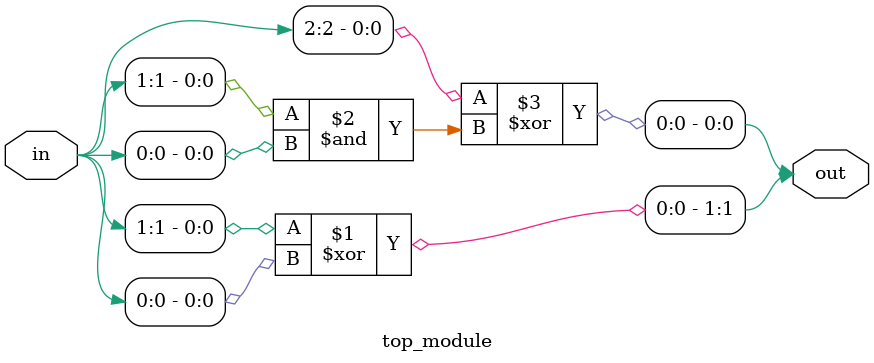
<source format=sv>
module top_module (
	input [2:0] in,
	output [1:0] out
);

	// Logic for addition
	assign out[1] = in[1] ^ in[0];
	assign out[0] = in[2] ^ (in[1] & in[0]);

endmodule

</source>
